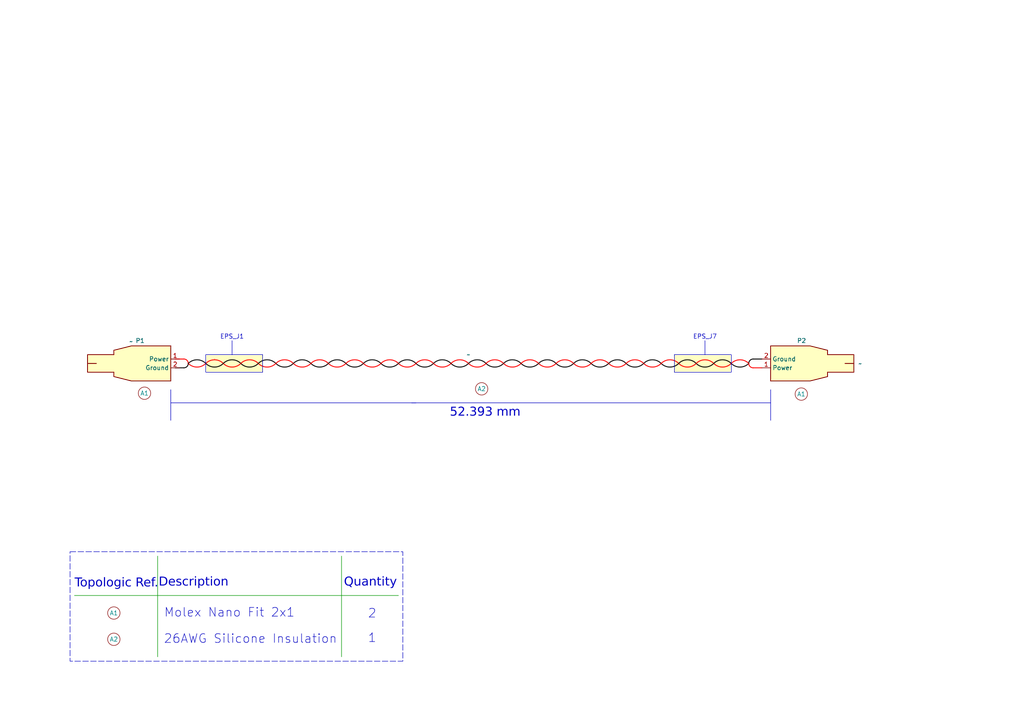
<source format=kicad_sch>
(kicad_sch (version 20231120) (generator "eeschema") (generator_version "8.0")
  (paper "A4")
  (title_block (title "BEACON_GND/BEACON_PWR"))
  (lib_symbols
    (symbol "Molex_Nano_Fit_2x1_1"
      (property "Reference" "J" (at -6.35 7.366 0))
      (symbol "Molex_Nano_Fit_2x1_1_0_1"
        (polyline (pts (xy 8.89 10.16) (xy 8.89 10.16)))
        (polyline (pts (xy -3.81 8.89) (xy 6.35 8.89) (xy 6.35 -2.54) (xy 5.08 -7.62) (xy 3.81 -7.62) (xy 3.81 -15.24) (xy 1.27 -15.24) (xy 1.27 -12.7) (xy 1.27 -12.7) (xy 1.27 -15.24) (xy -1.27 -15.24) (xy -1.27 -7.62) (xy -2.54 -7.62) (xy -3.81 -2.54) (xy -3.81 8.89)) (stroke (width 0.254)) (fill (type color) (color 255 255 194 1)))
      )
      (symbol "Molex_Nano_Fit_2x1_1_1_1"
        (pin input line (at 0 11.43 270) (length 2.54) (name "Power") (number "1"))
        (pin input line (at 2.54 11.43 270) (length 2.54) (name "Ground") (number "2"))
      )
    )
    (symbol "connectors:Molex_Nano_Fit_2x1"
      (property "Reference" "J" (at -6.35 7.366 0))
      (symbol "Molex_Nano_Fit_2x1_0_1"
        (polyline (pts (xy 8.89 10.16) (xy 8.89 10.16)))
        (polyline (pts (xy -3.81 8.89) (xy 6.35 8.89) (xy 6.35 -2.54) (xy 5.08 -7.62) (xy 3.81 -7.62) (xy 3.81 -15.24) (xy 1.27 -15.24) (xy 1.27 -12.7) (xy 1.27 -12.7) (xy 1.27 -15.24) (xy -1.27 -15.24) (xy -1.27 -7.62) (xy -2.54 -7.62) (xy -3.81 -2.54) (xy -3.81 8.89)) (stroke (width 0.254)) (fill (type color) (color 255 255 194 1)))
      )
      (symbol "Molex_Nano_Fit_2x1_1_1"
        (pin input line (at 0 11.43 270) (length 2.54) (name "Power") (number "1"))
        (pin input line (at 2.54 11.43 270) (length 2.54) (name "Ground") (number "2"))
      )
    )
    (symbol "connectors:Twisted_Cable"
      (property "Value" "~" (at 73.66 2.54 0))
      (symbol "Twisted_Cable_0_1"
        (arc (start -8.8899 -1.2701) (mid -7.9919 -0.8981) (end -7.6199 -0.0001) (stroke (width 0.254) (color 0 0 0 1)))
        (arc (start -7.62 0) (mid -7.992 0.898) (end -8.89 1.27) (stroke (width 0.254) (color 255 0 0 1)))
        (arc (start -7.62 0) (mid -5.08 -1.0521) (end -2.54 0) (stroke (width 0.254) (color 255 0 0 1)))
        (arc (start -2.54 0) (mid -5.08 1.0521) (end -7.62 0) (stroke (width 0.254) (color 0 0 0 1)))
        (arc (start -2.54 0) (mid 0 -1.0521) (end 2.54 0) (stroke (width 0.254) (color 0 0 0 1)))
        (polyline (pts (xy -8.89 -1.27) (xy -11.43 -1.27)) (stroke (width 0.254) (color 0 0 0 1)))
        (polyline (pts (xy -8.89 -1.27) (xy -8.89 -1.27)))
        (polyline (pts (xy -8.89 1.27) (xy -11.43 1.27)) (stroke (width 0.254) (color 255 0 0 1)))
        (polyline (pts (xy 156.21 -1.27) (xy 158.75 -1.27)) (stroke (width 0.254) (color 255 0 0 1)))
        (polyline (pts (xy 156.21 1.27) (xy 158.75 1.27)) (stroke (width 0.254) (color 0 0 0 1)))
        (arc (start 0 1.27) (mid 0 1.27) (end 0 1.27))
        (arc (start 2.54 0) (mid 0 1.0521) (end -2.54 0) (stroke (width 0.254) (color 255 0 0 1)))
        (arc (start 2.54 0) (mid 2.54 0) (end 2.54 0))
        (arc (start 2.54 0) (mid 5.08 -1.0521) (end 7.62 0) (stroke (width 0.254) (color 255 0 0 1)))
        (arc (start 7.62 0) (mid 5.08 1.0521) (end 2.54 0) (stroke (width 0.254) (color 0 0 0 1)))
        (arc (start 7.62 0) (mid 7.62 0) (end 7.62 0))
        (arc (start 7.62 0) (mid 10.16 -1.0521) (end 12.7 0) (stroke (width 0.254) (color 0 0 0 1)))
        (arc (start 12.7 0) (mid 10.16 1.0521) (end 7.62 0) (stroke (width 0.254) (color 255 0 0 1)))
        (arc (start 12.7 0) (mid 15.24 -1.0521) (end 17.78 0) (stroke (width 0.254) (color 255 0 0 1)))
        (arc (start 17.78 0) (mid 15.24 1.0521) (end 12.7 0) (stroke (width 0.254) (color 0 0 0 1)))
        (arc (start 17.78 0) (mid 17.78 0) (end 17.78 0))
        (arc (start 17.78 0) (mid 20.32 -1.0521) (end 22.86 0) (stroke (width 0.254) (color 0 0 0 1)))
        (arc (start 22.86 0) (mid 20.32 1.0521) (end 17.78 0) (stroke (width 0.254) (color 255 0 0 1)))
        (arc (start 22.86 0) (mid 25.4 -1.0521) (end 27.94 0) (stroke (width 0.254) (color 255 0 0 1)))
        (arc (start 27.94 0) (mid 25.4 1.0521) (end 22.86 0) (stroke (width 0.254) (color 0 0 0 1)))
        (arc (start 27.94 0) (mid 27.94 0) (end 27.94 0))
        (arc (start 27.94 0) (mid 30.48 -1.0521) (end 33.02 0) (stroke (width 0.254) (color 0 0 0 1)))
        (arc (start 33.02 0) (mid 30.48 1.0521) (end 27.94 0) (stroke (width 0.254) (color 255 0 0 1)))
        (arc (start 33.02 0) (mid 35.56 -1.0521) (end 38.1 0) (stroke (width 0.254) (color 255 0 0 1)))
        (arc (start 38.1 0) (mid 35.56 1.0521) (end 33.02 0) (stroke (width 0.254) (color 0 0 0 1)))
        (arc (start 38.1 0) (mid 38.1 0) (end 38.1 0))
        (arc (start 38.1 0) (mid 40.64 -1.0521) (end 43.18 0) (stroke (width 0.254) (color 0 0 0 1)))
        (arc (start 43.18 0) (mid 40.64 1.0521) (end 38.1 0) (stroke (width 0.254) (color 255 0 0 1)))
        (arc (start 43.18 0) (mid 45.72 -1.0521) (end 48.26 0) (stroke (width 0.254) (color 255 0 0 1)))
        (arc (start 48.26 0) (mid 45.72 1.0521) (end 43.18 0) (stroke (width 0.254) (color 0 0 0 1)))
        (arc (start 48.26 0) (mid 48.26 0) (end 48.26 0))
        (arc (start 48.26 0) (mid 50.8 -1.0521) (end 53.34 0) (stroke (width 0.254) (color 0 0 0 1)))
        (arc (start 53.34 0) (mid 50.8 1.0521) (end 48.26 0) (stroke (width 0.254) (color 255 0 0 1)))
        (arc (start 53.34 0) (mid 55.88 -1.0521) (end 58.42 0) (stroke (width 0.254) (color 255 0 0 1)))
        (arc (start 58.42 0) (mid 55.88 1.0521) (end 53.34 0) (stroke (width 0.254) (color 0 0 0 1)))
        (arc (start 58.42 0) (mid 58.42 0) (end 58.42 0))
        (arc (start 58.42 0) (mid 60.96 -1.0521) (end 63.5 0) (stroke (width 0.254) (color 0 0 0 1)))
        (arc (start 63.5 0) (mid 60.96 1.0521) (end 58.42 0) (stroke (width 0.254) (color 255 0 0 1)))
        (arc (start 63.5 0) (mid 66.04 -1.0521) (end 68.58 0) (stroke (width 0.254) (color 255 0 0 1)))
        (arc (start 68.58 0) (mid 66.04 1.0521) (end 63.5 0) (stroke (width 0.254) (color 0 0 0 1)))
        (arc (start 68.58 0) (mid 68.58 0) (end 68.58 0))
        (arc (start 68.58 0) (mid 71.12 -1.0521) (end 73.66 0) (stroke (width 0.254) (color 0 0 0 1)))
        (arc (start 73.66 0) (mid 71.12 1.0521) (end 68.58 0) (stroke (width 0.254) (color 255 0 0 1)))
        (arc (start 73.66 0) (mid 76.2 -1.0521) (end 78.74 0) (stroke (width 0.254) (color 255 0 0 1)))
        (arc (start 78.74 0) (mid 76.2 1.0521) (end 73.66 0) (stroke (width 0.254) (color 0 0 0 1)))
        (arc (start 78.74 0) (mid 78.74 0) (end 78.74 0))
        (arc (start 78.74 0) (mid 81.28 -1.0521) (end 83.82 0) (stroke (width 0.254) (color 0 0 0 1)))
        (arc (start 83.82 0) (mid 81.28 1.0521) (end 78.74 0) (stroke (width 0.254) (color 255 0 0 1)))
        (arc (start 83.82 0) (mid 86.36 -1.0521) (end 88.9 0) (stroke (width 0.254) (color 255 0 0 1)))
        (arc (start 88.9 0) (mid 86.36 1.0521) (end 83.82 0) (stroke (width 0.254) (color 0 0 0 1)))
        (arc (start 88.9 0) (mid 88.9 0) (end 88.9 0))
        (arc (start 88.9 0) (mid 91.44 -1.0521) (end 93.98 0) (stroke (width 0.254) (color 0 0 0 1)))
        (arc (start 93.98 0) (mid 91.44 1.0521) (end 88.9 0) (stroke (width 0.254) (color 255 0 0 1)))
        (arc (start 93.98 0) (mid 96.52 -1.0521) (end 99.06 0) (stroke (width 0.254) (color 255 0 0 1)))
        (arc (start 99.06 0) (mid 96.52 1.0521) (end 93.98 0) (stroke (width 0.254) (color 0 0 0 1)))
        (arc (start 99.06 0) (mid 99.06 0) (end 99.06 0))
        (arc (start 99.06 0) (mid 101.6 -1.0521) (end 104.14 0) (stroke (width 0.254) (color 0 0 0 1)))
        (arc (start 104.14 0) (mid 101.6 1.0521) (end 99.06 0) (stroke (width 0.254) (color 255 0 0 1)))
        (arc (start 104.14 0) (mid 106.68 -1.0521) (end 109.22 0) (stroke (width 0.254) (color 255 0 0 1)))
        (arc (start 109.22 0) (mid 106.68 1.0521) (end 104.14 0) (stroke (width 0.254) (color 0 0 0 1)))
        (arc (start 109.22 0) (mid 109.22 0) (end 109.22 0))
        (arc (start 109.22 0) (mid 111.76 -1.0521) (end 114.3 0) (stroke (width 0.254) (color 0 0 0 1)))
        (arc (start 114.3 0) (mid 111.76 1.0521) (end 109.22 0) (stroke (width 0.254) (color 255 0 0 1)))
        (arc (start 114.3 0) (mid 116.84 -1.0521) (end 119.38 0) (stroke (width 0.254) (color 255 0 0 1)))
        (arc (start 119.38 0) (mid 116.84 1.0521) (end 114.3 0) (stroke (width 0.254) (color 0 0 0 1)))
        (arc (start 119.38 0) (mid 119.38 0) (end 119.38 0))
        (arc (start 119.38 0) (mid 121.92 -1.0521) (end 124.46 0) (stroke (width 0.254) (color 0 0 0 1)))
        (arc (start 124.46 0) (mid 121.92 1.0521) (end 119.38 0) (stroke (width 0.254) (color 255 0 0 1)))
        (arc (start 124.46 0) (mid 127 -1.0521) (end 129.54 0) (stroke (width 0.254) (color 255 0 0 1)))
        (arc (start 129.54 0) (mid 127 1.0521) (end 124.46 0) (stroke (width 0.254) (color 0 0 0 1)))
        (arc (start 129.54 0) (mid 129.54 0) (end 129.54 0))
        (arc (start 129.54 0) (mid 132.08 -1.0521) (end 134.62 0) (stroke (width 0.254) (color 0 0 0 1)))
        (arc (start 134.62 0) (mid 132.08 1.0521) (end 129.54 0) (stroke (width 0.254) (color 255 0 0 1)))
        (arc (start 134.62 0) (mid 137.16 -1.0521) (end 139.7 0) (stroke (width 0.254) (color 255 0 0 1)))
        (arc (start 139.7 0) (mid 137.16 1.0521) (end 134.62 0) (stroke (width 0.254) (color 0 0 0 1)))
        (arc (start 139.7 0) (mid 139.7 0) (end 139.7 0))
        (arc (start 139.7 0) (mid 142.24 -1.0521) (end 144.78 0) (stroke (width 0.254) (color 0 0 0 1)))
        (arc (start 144.78 0) (mid 142.24 1.0521) (end 139.7 0) (stroke (width 0.254) (color 255 0 0 1)))
        (arc (start 144.78 0) (mid 147.32 -1.0521) (end 149.86 0) (stroke (width 0.254) (color 255 0 0 1)))
        (arc (start 149.86 0) (mid 147.32 1.0521) (end 144.78 0) (stroke (width 0.254) (color 0 0 0 1)))
        (arc (start 149.86 0) (mid 149.86 0) (end 149.86 0))
        (arc (start 149.86 0) (mid 152.4 -1.0521) (end 154.94 0) (stroke (width 0.254) (color 0 0 0 1)))
        (arc (start 154.94 0) (mid 152.4 1.0521) (end 149.86 0) (stroke (width 0.254) (color 255 0 0 1)))
        (arc (start 154.94 0) (mid 155.312 -0.898) (end 156.21 -1.27) (stroke (width 0.254) (color 255 0 0 1)))
        (arc (start 156.21 1.27) (mid 155.312 0.898) (end 154.94 0) (stroke (width 0.254) (color 0 0 0 1)))
      )
    )
  )
  (wire (pts (xy 99.06 161.29) (xy 99.06 190.5)))
  (wire (pts (xy 21.59 172.72) (xy 115.57 172.72)))
  (polyline (pts (xy 119.38 116.84) (xy 120.65 116.84)))
  (polyline (pts (xy 49.53 113.03) (xy 49.53 121.92)))
  (polyline (pts (xy 223.52 113.03) (xy 223.52 121.92)))
  (polyline (pts (xy 49.53 116.84) (xy 223.52 116.84)))
  (polyline (pts (xy 67.31 98.806) (xy 67.31 102.87)))
  (wire (pts (xy 45.72 161.29) (xy 45.72 190.5)))
  (polyline (pts (xy 204.47 98.806) (xy 204.47 102.87)))
  (rectangle (start 20.32 160.02) (end 116.84 191.77) (stroke (width 0) (type dash)))
  (rectangle (start 195.58 102.87) (end 212.09 107.95) (fill (type color) (color 255 255 194 1)))
  (circle (center 33.02 185.42) (radius 1.7961) (stroke (width 0) (color 132 0 0 1)))
  (circle (center 41.91 114.046) (radius 1.7961) (stroke (width 0) (color 132 0 0 1)))
  (circle (center 139.7 112.776) (radius 1.7961) (stroke (width 0) (color 132 0 0 1)))
  (circle (center 232.41 114.3) (radius 1.7961) (stroke (width 0) (color 132 0 0 1)))
  (rectangle (start 59.69 102.87) (end 76.2 107.95) (fill (type color) (color 255 255 194 1)))
  (circle (center 33.02 177.8) (radius 1.7961) (stroke (width 0) (color 132 0 0 1)))
  (text "26AWG Silicone Insulation" (at 72.644 185.42 0) (effects (font (size 2.54 2.54))))
  (text "Topologic Ref." (at 33.782 169.926 0) (effects (font (size 2.54 2.54))))
  (text "A2\n" (at 139.7 113.03 0) (effects (font (size 1.27 1.27))))
  (text "52.393 mm" (at 140.716 120.396 0) (effects (font (size 2.54 2.54))))
  (text "2" (at 107.95 178.054 0) (effects (font (size 2.54 2.54))))
  (text "1" (at 107.95 185.166 0) (effects (font (size 2.54 2.54))))
  (text "Molex Nano Fit 2x1" (at 66.548 177.8 0) (effects (font (size 2.54 2.54))))
  (text "Quantity" (at 107.442 169.672 0) (effects (font (size 2.54 2.54))))
  (text "A2\n" (at 33.02 185.674 0) (effects (font (size 1.27 1.27))))
  (text "EPS_J7" (at 204.47 97.79 0) (effects (font (size 1.27 1.27))))
  (text "EPS_J1" (at 67.31 97.79 0) (effects (font (size 1.27 1.27))))
  (text "Description" (at 56.134 169.672 0) (effects (font (size 2.54 2.54))))
  (text "A1" (at 33.02 178.054 0) (effects (font (size 1.27 1.27))))
  (text "A1" (at 41.91 114.3 0) (effects (font (size 1.27 1.27))))
  (text "A1" (at 232.41 114.554 0) (effects (font (size 1.27 1.27))))
  (symbol (lib_id "connectors:Molex_Nano_Fit_2x1") (at 232.41 106.68 90) (unit 1)
    (property "Reference" "P2" (at 231.14 98.806 90) (effects (justify right)))
    (property "Value" "~" (at 248.92 105.4735 90) (effects (justify right)))
  )
  (symbol (lib_name "Molex_Nano_Fit_2x1_1") (lib_id "connectors:Molex_Nano_Fit_2x1") (at 40.64 104.14 270) (unit 1)
    (property "Reference" "P1" (at 40.64 98.806 90))
    (property "Value" "~" (at 38.0365 99.06 90))
  )
  (symbol (lib_id "connectors:Twisted_Cable") (at 62.23 105.41 0) (unit 1)
    (property "Reference" "U1" (effects (hide yes)))
    (property "Value" "~" (at 135.89 102.87 0))
  )
)
</source>
